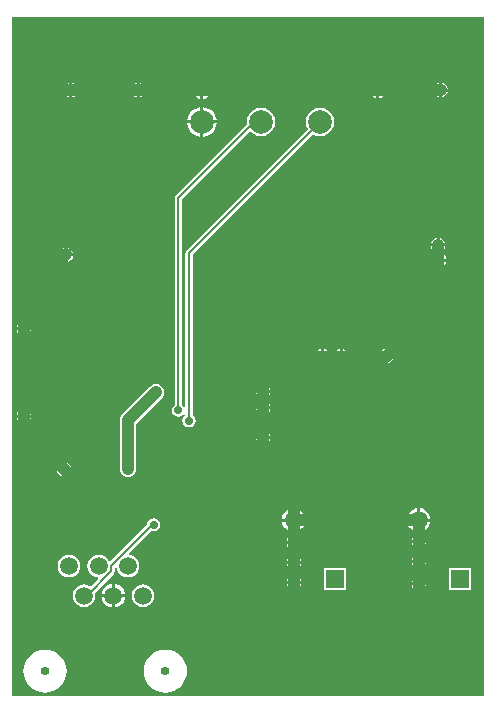
<source format=gbl>
%FSLAX44Y44*%
%MOMM*%
G71*
G01*
G75*
G04 Layer_Physical_Order=2*
G04 Layer_Color=16711680*
%ADD10R,0.6000X0.9000*%
%ADD11R,0.9000X0.6000*%
%ADD12R,1.3000X0.7000*%
%ADD13R,1.6800X1.5200*%
%ADD14O,0.3000X1.5000*%
%ADD15R,0.3000X1.5000*%
%ADD16R,1.5000X0.3000*%
%ADD17R,2.0000X1.2000*%
%ADD18R,5.6000X5.6000*%
%ADD19R,5.5000X2.0000*%
%ADD20C,1.0000*%
%ADD21C,0.2000*%
%ADD22C,1.5000*%
%ADD23O,0.7500X0.7000*%
%ADD24R,1.5000X1.5000*%
%ADD25C,2.0000*%
%ADD26C,0.7000*%
G36*
X405000Y5000D02*
X5000D01*
Y580000D01*
X405000D01*
Y5000D01*
D02*
G37*
%LPC*%
G36*
X359459Y152730D02*
X350770D01*
Y144041D01*
X352121Y144219D01*
X354563Y145230D01*
X356661Y146839D01*
X358270Y148937D01*
X359282Y151379D01*
X359459Y152730D01*
D02*
G37*
G36*
X348230D02*
X339541D01*
X339718Y151379D01*
X340730Y148937D01*
X342339Y146839D01*
X344437Y145230D01*
X346879Y144219D01*
X348230Y144041D01*
Y152730D01*
D02*
G37*
G36*
X253459D02*
X244770D01*
Y144041D01*
X246121Y144219D01*
X248563Y145230D01*
X250661Y146839D01*
X252270Y148937D01*
X253281Y151379D01*
X253459Y152730D01*
D02*
G37*
G36*
X125000Y155608D02*
X122854Y155181D01*
X121035Y153965D01*
X119819Y152146D01*
X119409Y150084D01*
X88285Y118960D01*
X87040Y119208D01*
X86798Y119791D01*
X85275Y121775D01*
X83291Y123298D01*
X80980Y124256D01*
X78500Y124582D01*
X76020Y124256D01*
X73709Y123298D01*
X71725Y121775D01*
X70202Y119791D01*
X69244Y117480D01*
X68918Y115000D01*
X69244Y112520D01*
X70202Y110209D01*
X71725Y108224D01*
X73709Y106702D01*
X76020Y105744D01*
X77745Y105518D01*
X78200Y104177D01*
X71657Y97634D01*
X70791Y98298D01*
X68480Y99256D01*
X66000Y99582D01*
X63520Y99256D01*
X61209Y98298D01*
X59225Y96775D01*
X57702Y94791D01*
X56744Y92480D01*
X56418Y90000D01*
X56744Y87520D01*
X57702Y85209D01*
X59225Y83224D01*
X61209Y81702D01*
X63520Y80744D01*
X66000Y80418D01*
X68480Y80744D01*
X70791Y81702D01*
X72775Y83224D01*
X74298Y85209D01*
X75255Y87520D01*
X75582Y90000D01*
X75255Y92480D01*
X75226Y92551D01*
X91163Y108488D01*
X91163Y108488D01*
X91826Y109480D01*
X92059Y110651D01*
X92059Y110651D01*
Y113681D01*
X92813Y114284D01*
X94074Y113812D01*
X94244Y112520D01*
X95202Y110209D01*
X96725Y108224D01*
X98709Y106702D01*
X101020Y105744D01*
X103500Y105418D01*
X105980Y105744D01*
X108291Y106702D01*
X110275Y108224D01*
X111798Y110209D01*
X112755Y112520D01*
X113082Y115000D01*
X112755Y117480D01*
X111798Y119791D01*
X110275Y121775D01*
X108291Y123298D01*
X105980Y124256D01*
X104255Y124482D01*
X103800Y125823D01*
X122819Y144843D01*
X122854Y144819D01*
X125000Y144392D01*
X127146Y144819D01*
X128965Y146035D01*
X130181Y147854D01*
X130608Y150000D01*
X130181Y152146D01*
X128965Y153965D01*
X127146Y155181D01*
X125000Y155608D01*
D02*
G37*
G36*
X348230Y163959D02*
X346879Y163782D01*
X344437Y162770D01*
X342339Y161161D01*
X340730Y159063D01*
X339718Y156621D01*
X339541Y155270D01*
X348230D01*
Y163959D01*
D02*
G37*
G36*
X244770D02*
Y155270D01*
X253459D01*
X253281Y156621D01*
X252270Y159063D01*
X250661Y161161D01*
X248563Y162770D01*
X246121Y163782D01*
X244770Y163959D01*
D02*
G37*
G36*
X242230D02*
X240879Y163782D01*
X238437Y162770D01*
X236339Y161161D01*
X234730Y159063D01*
X233718Y156621D01*
X233541Y155270D01*
X242230D01*
Y163959D01*
D02*
G37*
G36*
Y140906D02*
X241143Y140690D01*
X239145Y139355D01*
X237810Y137357D01*
X237594Y136270D01*
X242230D01*
Y140906D01*
D02*
G37*
G36*
X355406Y134730D02*
X350770D01*
Y130094D01*
X351857Y130310D01*
X353855Y131645D01*
X355190Y133643D01*
X355406Y134730D01*
D02*
G37*
G36*
X348230D02*
X343594D01*
X343810Y133643D01*
X345145Y131645D01*
X347143Y130310D01*
X348230Y130094D01*
Y134730D01*
D02*
G37*
G36*
X244770Y140906D02*
Y136270D01*
X249406D01*
X249189Y137357D01*
X247855Y139355D01*
X245857Y140690D01*
X244770Y140906D01*
D02*
G37*
G36*
X242230Y152730D02*
X233541D01*
X233718Y151379D01*
X234730Y148937D01*
X236339Y146839D01*
X238437Y145230D01*
X240879Y144219D01*
X242230Y144041D01*
Y152730D01*
D02*
G37*
G36*
X350770Y141906D02*
Y137270D01*
X355406D01*
X355190Y138357D01*
X353855Y140355D01*
X351857Y141690D01*
X350770Y141906D01*
D02*
G37*
G36*
X348230D02*
X347143Y141690D01*
X345145Y140355D01*
X343810Y138357D01*
X343594Y137270D01*
X348230D01*
Y141906D01*
D02*
G37*
G36*
X219270Y229906D02*
Y225270D01*
X223906D01*
X223689Y226357D01*
X222355Y228355D01*
X220357Y229690D01*
X219270Y229906D01*
D02*
G37*
G36*
X216730D02*
X215643Y229690D01*
X213645Y228355D01*
X212310Y226357D01*
X212094Y225270D01*
X216730D01*
Y229906D01*
D02*
G37*
G36*
X223906Y222730D02*
X219270D01*
Y218094D01*
X220357Y218311D01*
X222355Y219645D01*
X223689Y221643D01*
X223906Y222730D01*
D02*
G37*
G36*
X13730Y240730D02*
X9094D01*
X9310Y239643D01*
X10645Y237645D01*
X12643Y236311D01*
X13730Y236094D01*
Y240730D01*
D02*
G37*
G36*
X223906Y247730D02*
X219270D01*
Y243094D01*
X220357Y243311D01*
X222355Y244645D01*
X223689Y246643D01*
X223906Y247730D01*
D02*
G37*
G36*
X216730D02*
X212094D01*
X212310Y246643D01*
X213645Y244645D01*
X215643Y243311D01*
X216730Y243094D01*
Y247730D01*
D02*
G37*
G36*
X20906Y240730D02*
X16270D01*
Y236094D01*
X17357Y236311D01*
X19355Y237645D01*
X20689Y239643D01*
X20906Y240730D01*
D02*
G37*
G36*
X47730Y195730D02*
X43094D01*
X43310Y194643D01*
X44645Y192645D01*
X46643Y191311D01*
X47730Y191094D01*
Y195730D01*
D02*
G37*
G36*
X127000Y269060D02*
X125173Y268820D01*
X123470Y268114D01*
X122008Y266992D01*
X98507Y243493D01*
X97386Y242030D01*
X96680Y240327D01*
X96440Y238500D01*
Y197500D01*
X96680Y195673D01*
X97386Y193970D01*
X98507Y192508D01*
X99970Y191385D01*
X101673Y190680D01*
X103500Y190440D01*
X105327Y190680D01*
X107030Y191385D01*
X108492Y192508D01*
X109614Y193970D01*
X110320Y195673D01*
X110560Y197500D01*
Y235576D01*
X131992Y257008D01*
X133115Y258470D01*
X133820Y260173D01*
X134060Y262000D01*
X133820Y263827D01*
X133115Y265530D01*
X131992Y266992D01*
X130530Y268114D01*
X128827Y268820D01*
X127000Y269060D01*
D02*
G37*
G36*
X350770Y163959D02*
Y155270D01*
X359459D01*
X359282Y156621D01*
X358270Y159063D01*
X356661Y161161D01*
X354563Y162770D01*
X352121Y163782D01*
X350770Y163959D01*
D02*
G37*
G36*
X54906Y195730D02*
X50270D01*
Y191094D01*
X51357Y191311D01*
X53355Y192645D01*
X54690Y194643D01*
X54906Y195730D01*
D02*
G37*
G36*
X216730Y222730D02*
X212094D01*
X212310Y221643D01*
X213645Y219645D01*
X215643Y218311D01*
X216730Y218094D01*
Y222730D01*
D02*
G37*
G36*
X50270Y202906D02*
Y198270D01*
X54906D01*
X54690Y199357D01*
X53355Y201355D01*
X51357Y202690D01*
X50270Y202906D01*
D02*
G37*
G36*
X47730D02*
X46643Y202690D01*
X44645Y201355D01*
X43310Y199357D01*
X43094Y198270D01*
X47730D01*
Y202906D01*
D02*
G37*
G36*
X288000Y113500D02*
X269000D01*
Y94500D01*
X288000D01*
Y113500D01*
D02*
G37*
G36*
X355406Y98730D02*
X350770D01*
Y94094D01*
X351857Y94311D01*
X353855Y95645D01*
X355190Y97643D01*
X355406Y98730D01*
D02*
G37*
G36*
X348230D02*
X343594D01*
X343810Y97643D01*
X345145Y95645D01*
X347143Y94311D01*
X348230Y94094D01*
Y98730D01*
D02*
G37*
G36*
X394000Y113500D02*
X375000D01*
Y94500D01*
X394000D01*
Y113500D01*
D02*
G37*
G36*
X348230Y105906D02*
X347143Y105690D01*
X345145Y104355D01*
X343810Y102357D01*
X343594Y101270D01*
X348230D01*
Y105906D01*
D02*
G37*
G36*
X249906Y99730D02*
X245270D01*
Y95094D01*
X246357Y95310D01*
X248355Y96645D01*
X249690Y98643D01*
X249906Y99730D01*
D02*
G37*
G36*
X242730D02*
X238094D01*
X238310Y98643D01*
X239645Y96645D01*
X241643Y95310D01*
X242730Y95094D01*
Y99730D01*
D02*
G37*
G36*
X89730Y88730D02*
X81041D01*
X81218Y87379D01*
X82230Y84937D01*
X83839Y82839D01*
X85937Y81230D01*
X88379Y80218D01*
X89730Y80041D01*
Y88730D01*
D02*
G37*
G36*
X135000Y44338D02*
X131422Y43986D01*
X127982Y42942D01*
X124812Y41248D01*
X122033Y38967D01*
X119752Y36188D01*
X118058Y33018D01*
X117014Y29578D01*
X116662Y26000D01*
X117014Y22422D01*
X118058Y18982D01*
X119752Y15812D01*
X122033Y13033D01*
X124812Y10752D01*
X127982Y9058D01*
X131422Y8014D01*
X135000Y7662D01*
X138578Y8014D01*
X142018Y9058D01*
X145188Y10752D01*
X147967Y13033D01*
X150248Y15812D01*
X151942Y18982D01*
X152986Y22422D01*
X153338Y26000D01*
X152986Y29578D01*
X151942Y33018D01*
X150248Y36188D01*
X147967Y38967D01*
X145188Y41248D01*
X142018Y42942D01*
X138578Y43986D01*
X135000Y44338D01*
D02*
G37*
G36*
X33000D02*
X29422Y43986D01*
X25982Y42942D01*
X22812Y41248D01*
X20033Y38967D01*
X17752Y36188D01*
X16058Y33018D01*
X15014Y29578D01*
X14662Y26000D01*
X15014Y22422D01*
X16058Y18982D01*
X17752Y15812D01*
X20033Y13033D01*
X22812Y10752D01*
X25982Y9058D01*
X29422Y8014D01*
X33000Y7662D01*
X36578Y8014D01*
X40018Y9058D01*
X43188Y10752D01*
X45967Y13033D01*
X48248Y15812D01*
X49942Y18982D01*
X50986Y22422D01*
X51338Y26000D01*
X50986Y29578D01*
X49942Y33018D01*
X48248Y36188D01*
X45967Y38967D01*
X43188Y41248D01*
X40018Y42942D01*
X36578Y43986D01*
X33000Y44338D01*
D02*
G37*
G36*
X100959Y88730D02*
X92270D01*
Y80041D01*
X93621Y80218D01*
X96063Y81230D01*
X98161Y82839D01*
X99770Y84937D01*
X100782Y87379D01*
X100959Y88730D01*
D02*
G37*
G36*
X92270Y99959D02*
Y91270D01*
X100959D01*
X100782Y92621D01*
X99770Y95063D01*
X98161Y97161D01*
X96063Y98770D01*
X93621Y99782D01*
X92270Y99959D01*
D02*
G37*
G36*
X89730D02*
X88379Y99782D01*
X85937Y98770D01*
X83839Y97161D01*
X82230Y95063D01*
X81218Y92621D01*
X81041Y91270D01*
X89730D01*
Y99959D01*
D02*
G37*
G36*
X116000Y99582D02*
X113520Y99256D01*
X111209Y98298D01*
X109225Y96775D01*
X107702Y94791D01*
X106744Y92480D01*
X106418Y90000D01*
X106744Y87520D01*
X107702Y85209D01*
X109225Y83224D01*
X111209Y81702D01*
X113520Y80744D01*
X116000Y80418D01*
X118480Y80744D01*
X120791Y81702D01*
X122775Y83224D01*
X124298Y85209D01*
X125255Y87520D01*
X125582Y90000D01*
X125255Y92480D01*
X124298Y94791D01*
X122775Y96775D01*
X120791Y98298D01*
X118480Y99256D01*
X116000Y99582D01*
D02*
G37*
G36*
X245270Y123906D02*
Y119270D01*
X249906D01*
X249690Y120357D01*
X248355Y122355D01*
X246357Y123689D01*
X245270Y123906D01*
D02*
G37*
G36*
X242730D02*
X241643Y123689D01*
X239645Y122355D01*
X238310Y120357D01*
X238094Y119270D01*
X242730D01*
Y123906D01*
D02*
G37*
G36*
X355406Y117730D02*
X350770D01*
Y113094D01*
X351857Y113310D01*
X353855Y114645D01*
X355190Y116643D01*
X355406Y117730D01*
D02*
G37*
G36*
X348230Y124906D02*
X347143Y124690D01*
X345145Y123355D01*
X343810Y121357D01*
X343594Y120270D01*
X348230D01*
Y124906D01*
D02*
G37*
G36*
X249406Y133730D02*
X244770D01*
Y129094D01*
X245857Y129311D01*
X247855Y130645D01*
X249189Y132643D01*
X249406Y133730D01*
D02*
G37*
G36*
X242230D02*
X237594D01*
X237810Y132643D01*
X239145Y130645D01*
X241143Y129311D01*
X242230Y129094D01*
Y133730D01*
D02*
G37*
G36*
X350770Y124906D02*
Y120270D01*
X355406D01*
X355190Y121357D01*
X353855Y123355D01*
X351857Y124690D01*
X350770Y124906D01*
D02*
G37*
G36*
X245270Y106906D02*
Y102270D01*
X249906D01*
X249690Y103357D01*
X248355Y105355D01*
X246357Y106690D01*
X245270Y106906D01*
D02*
G37*
G36*
X242730D02*
X241643Y106690D01*
X239645Y105355D01*
X238310Y103357D01*
X238094Y102270D01*
X242730D01*
Y106906D01*
D02*
G37*
G36*
X350770Y105906D02*
Y101270D01*
X355406D01*
X355190Y102357D01*
X353855Y104355D01*
X351857Y105690D01*
X350770Y105906D01*
D02*
G37*
G36*
X53500Y124582D02*
X51020Y124256D01*
X48709Y123298D01*
X46725Y121775D01*
X45202Y119791D01*
X44244Y117480D01*
X43918Y115000D01*
X44244Y112520D01*
X45202Y110209D01*
X46725Y108224D01*
X48709Y106702D01*
X51020Y105744D01*
X53500Y105418D01*
X55980Y105744D01*
X58291Y106702D01*
X60275Y108224D01*
X61798Y110209D01*
X62755Y112520D01*
X63082Y115000D01*
X62755Y117480D01*
X61798Y119791D01*
X60275Y121775D01*
X58291Y123298D01*
X55980Y124256D01*
X53500Y124582D01*
D02*
G37*
G36*
X348230Y117730D02*
X343594D01*
X343810Y116643D01*
X345145Y114645D01*
X347143Y113310D01*
X348230Y113094D01*
Y117730D01*
D02*
G37*
G36*
X249906Y116730D02*
X245270D01*
Y112094D01*
X246357Y112310D01*
X248355Y113645D01*
X249690Y115643D01*
X249906Y116730D01*
D02*
G37*
G36*
X242730D02*
X238094D01*
X238310Y115643D01*
X239645Y113645D01*
X241643Y112310D01*
X242730Y112094D01*
Y116730D01*
D02*
G37*
G36*
X13730Y247906D02*
X12643Y247690D01*
X10645Y246355D01*
X9310Y244357D01*
X9094Y243270D01*
X13730D01*
Y247906D01*
D02*
G37*
G36*
X171906Y514730D02*
X167270D01*
Y510094D01*
X168357Y510311D01*
X170355Y511645D01*
X171689Y513643D01*
X171906Y514730D01*
D02*
G37*
G36*
X164730D02*
X160094D01*
X160310Y513643D01*
X161645Y511645D01*
X163643Y510311D01*
X164730Y510094D01*
Y514730D01*
D02*
G37*
G36*
X167270Y503481D02*
Y492270D01*
X178481D01*
X178217Y494274D01*
X176954Y497324D01*
X174944Y499944D01*
X172324Y501954D01*
X169274Y503217D01*
X167270Y503481D01*
D02*
G37*
G36*
X313730Y515730D02*
X309094D01*
X309310Y514643D01*
X310645Y512645D01*
X312643Y511311D01*
X313730Y511094D01*
Y515730D01*
D02*
G37*
G36*
X60906Y516730D02*
X56270D01*
Y512094D01*
X57357Y512310D01*
X59355Y513645D01*
X60690Y515643D01*
X60906Y516730D01*
D02*
G37*
G36*
X53730D02*
X49094D01*
X49310Y515643D01*
X50645Y513645D01*
X52643Y512310D01*
X53730Y512094D01*
Y516730D01*
D02*
G37*
G36*
X320906Y515730D02*
X316270D01*
Y511094D01*
X317357Y511311D01*
X319355Y512645D01*
X320690Y514643D01*
X320906Y515730D01*
D02*
G37*
G36*
X367270Y392906D02*
Y388270D01*
X371906D01*
X371690Y389357D01*
X370355Y391355D01*
X368357Y392690D01*
X367270Y392906D01*
D02*
G37*
G36*
X364730D02*
X363643Y392690D01*
X361645Y391355D01*
X360311Y389357D01*
X360094Y388270D01*
X364730D01*
Y392906D01*
D02*
G37*
G36*
X52270Y384506D02*
Y379870D01*
X56906D01*
X56690Y380957D01*
X55355Y382955D01*
X53357Y384290D01*
X52270Y384506D01*
D02*
G37*
G36*
X164730Y489730D02*
X153519D01*
X153783Y487726D01*
X155046Y484676D01*
X157056Y482056D01*
X159676Y480046D01*
X162726Y478783D01*
X164730Y478519D01*
Y489730D01*
D02*
G37*
G36*
Y503481D02*
X162726Y503217D01*
X159676Y501954D01*
X157056Y499944D01*
X155046Y497324D01*
X153783Y494274D01*
X153519Y492270D01*
X164730D01*
Y503481D01*
D02*
G37*
G36*
X266000Y503104D02*
X262867Y502691D01*
X259948Y501482D01*
X257442Y499558D01*
X255518Y497052D01*
X254309Y494133D01*
X253896Y491000D01*
X254309Y487867D01*
X255518Y484948D01*
X255563Y484889D01*
X152837Y382163D01*
X152174Y381171D01*
X151941Y380000D01*
X151941Y380000D01*
Y250294D01*
X150671Y249909D01*
X149965Y250965D01*
X149059Y251571D01*
Y425733D01*
X206034Y482708D01*
X207301Y482625D01*
X207442Y482441D01*
X209948Y480518D01*
X212867Y479309D01*
X216000Y478896D01*
X219133Y479309D01*
X222052Y480518D01*
X224559Y482441D01*
X226482Y484948D01*
X227691Y487867D01*
X228104Y491000D01*
X227691Y494133D01*
X226482Y497052D01*
X224559Y499558D01*
X222052Y501482D01*
X219133Y502691D01*
X216000Y503104D01*
X212867Y502691D01*
X209948Y501482D01*
X207442Y499558D01*
X205518Y497052D01*
X204309Y494133D01*
X203896Y491000D01*
X204103Y489429D01*
X143837Y429163D01*
X143174Y428171D01*
X142941Y427000D01*
X142941Y427000D01*
Y251571D01*
X142035Y250965D01*
X140819Y249146D01*
X140392Y247000D01*
X140819Y244854D01*
X142035Y243035D01*
X143854Y241819D01*
X146000Y241392D01*
X148146Y241819D01*
X149965Y243035D01*
X150671Y244091D01*
X151819Y243743D01*
X151864Y242519D01*
X151035Y241965D01*
X149819Y240146D01*
X149392Y238000D01*
X149819Y235854D01*
X151035Y234035D01*
X152854Y232819D01*
X155000Y232392D01*
X157146Y232819D01*
X158965Y234035D01*
X160181Y235854D01*
X160608Y238000D01*
X160181Y240146D01*
X158965Y241965D01*
X158059Y242571D01*
Y378733D01*
X259889Y480563D01*
X259948Y480518D01*
X262867Y479309D01*
X266000Y478896D01*
X269133Y479309D01*
X272052Y480518D01*
X274559Y482441D01*
X276482Y484948D01*
X277691Y487867D01*
X278104Y491000D01*
X277691Y494133D01*
X276482Y497052D01*
X274559Y499558D01*
X272052Y501482D01*
X269133Y502691D01*
X266000Y503104D01*
D02*
G37*
G36*
X178481Y489730D02*
X167270D01*
Y478519D01*
X169274Y478783D01*
X172324Y480046D01*
X174944Y482056D01*
X176954Y484676D01*
X178217Y487726D01*
X178481Y489730D01*
D02*
G37*
G36*
X56270Y523906D02*
Y519270D01*
X60906D01*
X60690Y520357D01*
X59355Y522355D01*
X57357Y523690D01*
X56270Y523906D01*
D02*
G37*
G36*
X53730D02*
X52643Y523690D01*
X50645Y522355D01*
X49310Y520357D01*
X49094Y519270D01*
X53730D01*
Y523906D01*
D02*
G37*
G36*
X316270Y522906D02*
Y518270D01*
X320906D01*
X320690Y519357D01*
X319355Y521355D01*
X317357Y522690D01*
X316270Y522906D01*
D02*
G37*
G36*
X110730Y523906D02*
X109643Y523690D01*
X107645Y522355D01*
X106311Y520357D01*
X106094Y519270D01*
X110730D01*
Y523906D01*
D02*
G37*
G36*
X369270D02*
Y519270D01*
X373906D01*
X373689Y520357D01*
X372355Y522355D01*
X370357Y523690D01*
X369270Y523906D01*
D02*
G37*
G36*
X366730D02*
X365643Y523690D01*
X363645Y522355D01*
X362310Y520357D01*
X362094Y519270D01*
X366730D01*
Y523906D01*
D02*
G37*
G36*
X113270D02*
Y519270D01*
X117906D01*
X117690Y520357D01*
X116355Y522355D01*
X114357Y523690D01*
X113270Y523906D01*
D02*
G37*
G36*
X366730Y516730D02*
X362094D01*
X362310Y515643D01*
X363645Y513645D01*
X365643Y512310D01*
X366730Y512094D01*
Y516730D01*
D02*
G37*
G36*
X117906D02*
X113270D01*
Y512094D01*
X114357Y512310D01*
X116355Y513645D01*
X117690Y515643D01*
X117906Y516730D01*
D02*
G37*
G36*
X110730D02*
X106094D01*
X106311Y515643D01*
X107645Y513645D01*
X109643Y512310D01*
X110730Y512094D01*
Y516730D01*
D02*
G37*
G36*
X373906D02*
X369270D01*
Y512094D01*
X370357Y512310D01*
X372355Y513645D01*
X373689Y515643D01*
X373906Y516730D01*
D02*
G37*
G36*
X313730Y522906D02*
X312643Y522690D01*
X310645Y521355D01*
X309310Y519357D01*
X309094Y518270D01*
X313730D01*
Y522906D01*
D02*
G37*
G36*
X167270Y521906D02*
Y517270D01*
X171906D01*
X171689Y518357D01*
X170355Y520355D01*
X168357Y521690D01*
X167270Y521906D01*
D02*
G37*
G36*
X164730D02*
X163643Y521690D01*
X161645Y520355D01*
X160310Y518357D01*
X160094Y517270D01*
X164730D01*
Y521906D01*
D02*
G37*
G36*
X49730Y384506D02*
X48643Y384290D01*
X46645Y382955D01*
X45311Y380957D01*
X45094Y379870D01*
X49730D01*
Y384506D01*
D02*
G37*
G36*
X282730Y291730D02*
X278094D01*
X278310Y290643D01*
X279645Y288645D01*
X281643Y287311D01*
X282730Y287094D01*
Y291730D01*
D02*
G37*
G36*
X273906D02*
X269270D01*
Y287094D01*
X270357Y287311D01*
X272355Y288645D01*
X273689Y290643D01*
X273906Y291730D01*
D02*
G37*
G36*
X266730D02*
X262094D01*
X262310Y290643D01*
X263645Y288645D01*
X265643Y287311D01*
X266730Y287094D01*
Y291730D01*
D02*
G37*
G36*
X289906D02*
X285270D01*
Y287094D01*
X286357Y287311D01*
X288355Y288645D01*
X289690Y290643D01*
X289906Y291730D01*
D02*
G37*
G36*
X266730Y298906D02*
X265643Y298690D01*
X263645Y297355D01*
X262310Y295357D01*
X262094Y294270D01*
X266730D01*
Y298906D01*
D02*
G37*
G36*
X327906Y291730D02*
X323270D01*
Y287094D01*
X324357Y287311D01*
X326355Y288645D01*
X327690Y290643D01*
X327906Y291730D01*
D02*
G37*
G36*
X320730D02*
X316094D01*
X316310Y290643D01*
X317645Y288645D01*
X319643Y287311D01*
X320730Y287094D01*
Y291730D01*
D02*
G37*
G36*
X219270Y254906D02*
Y250270D01*
X223906D01*
X223689Y251357D01*
X222355Y253355D01*
X220357Y254690D01*
X219270Y254906D01*
D02*
G37*
G36*
X216730D02*
X215643Y254690D01*
X213645Y253355D01*
X212310Y251357D01*
X212094Y250270D01*
X216730D01*
Y254906D01*
D02*
G37*
G36*
X16270Y247906D02*
Y243270D01*
X20906D01*
X20689Y244357D01*
X19355Y246355D01*
X17357Y247690D01*
X16270Y247906D01*
D02*
G37*
G36*
X216730Y261730D02*
X212094D01*
X212310Y260643D01*
X213645Y258645D01*
X215643Y257311D01*
X216730Y257094D01*
Y261730D01*
D02*
G37*
G36*
X219270Y268906D02*
Y264270D01*
X223906D01*
X223689Y265357D01*
X222355Y267355D01*
X220357Y268690D01*
X219270Y268906D01*
D02*
G37*
G36*
X216730D02*
X215643Y268690D01*
X213645Y267355D01*
X212310Y265357D01*
X212094Y264270D01*
X216730D01*
Y268906D01*
D02*
G37*
G36*
X223906Y261730D02*
X219270D01*
Y257094D01*
X220357Y257311D01*
X222355Y258645D01*
X223689Y260643D01*
X223906Y261730D01*
D02*
G37*
G36*
X365730Y372730D02*
X361094D01*
X361311Y371643D01*
X362645Y369645D01*
X364643Y368311D01*
X365730Y368094D01*
Y372730D01*
D02*
G37*
G36*
X16270Y321906D02*
Y317270D01*
X20906D01*
X20689Y318357D01*
X19355Y320355D01*
X17357Y321690D01*
X16270Y321906D01*
D02*
G37*
G36*
X13730D02*
X12643Y321690D01*
X10645Y320355D01*
X9310Y318357D01*
X9094Y317270D01*
X13730D01*
Y321906D01*
D02*
G37*
G36*
X372906Y372730D02*
X368270D01*
Y368094D01*
X369357Y368311D01*
X371355Y369645D01*
X372690Y371643D01*
X372906Y372730D01*
D02*
G37*
G36*
X371906Y385730D02*
X360094D01*
X360311Y384643D01*
X361645Y382645D01*
X363643Y381310D01*
X364963Y381048D01*
Y379753D01*
X364643Y379690D01*
X362645Y378355D01*
X361311Y376357D01*
X361094Y375270D01*
X372906D01*
X372690Y376357D01*
X371355Y378355D01*
X369357Y379690D01*
X368037Y379952D01*
Y381247D01*
X368357Y381310D01*
X370355Y382645D01*
X371690Y384643D01*
X371906Y385730D01*
D02*
G37*
G36*
X56906Y377331D02*
X52270D01*
Y372695D01*
X53357Y372911D01*
X55355Y374246D01*
X56690Y376244D01*
X56906Y377331D01*
D02*
G37*
G36*
X49730D02*
X45094D01*
X45311Y376244D01*
X46645Y374246D01*
X48643Y372911D01*
X49730Y372695D01*
Y377331D01*
D02*
G37*
G36*
X285270Y298906D02*
Y294270D01*
X289906D01*
X289690Y295357D01*
X288355Y297355D01*
X286357Y298690D01*
X285270Y298906D01*
D02*
G37*
G36*
X282730D02*
X281643Y298690D01*
X279645Y297355D01*
X278310Y295357D01*
X278094Y294270D01*
X282730D01*
Y298906D01*
D02*
G37*
G36*
X269270D02*
Y294270D01*
X273906D01*
X273689Y295357D01*
X272355Y297355D01*
X270357Y298690D01*
X269270Y298906D01*
D02*
G37*
G36*
X320730D02*
X319643Y298690D01*
X317645Y297355D01*
X316310Y295357D01*
X316094Y294270D01*
X320730D01*
Y298906D01*
D02*
G37*
G36*
X20906Y314730D02*
X16270D01*
Y310094D01*
X17357Y310310D01*
X19355Y311645D01*
X20689Y313643D01*
X20906Y314730D01*
D02*
G37*
G36*
X13730D02*
X9094D01*
X9310Y313643D01*
X10645Y311645D01*
X12643Y310310D01*
X13730Y310094D01*
Y314730D01*
D02*
G37*
G36*
X323270Y298906D02*
Y294270D01*
X327906D01*
X327690Y295357D01*
X326355Y297355D01*
X324357Y298690D01*
X323270Y298906D01*
D02*
G37*
%LPD*%
D20*
X218000Y206000D02*
X243500Y180500D01*
Y154000D02*
Y180500D01*
X218000Y206000D02*
Y249000D01*
Y263000D01*
X217000Y275000D02*
X238000Y292000D01*
X217000Y275000D02*
X218000Y263000D01*
X15000Y231000D02*
Y242000D01*
Y343000D02*
Y501000D01*
Y242000D02*
Y316000D01*
Y343000D01*
X51000Y379000D01*
X15000Y501000D02*
X32000Y518000D01*
X55000D01*
X112000D01*
X368000D01*
X322000Y292000D02*
X366000Y336000D01*
X238000Y292000D02*
X322000D01*
X65500Y180500D02*
X243500D01*
X366000Y336000D02*
Y387000D01*
X243500Y154000D02*
X349500D01*
Y95500D02*
Y154000D01*
X243500Y95000D02*
Y154000D01*
X15000Y231000D02*
X49000Y197000D01*
X65500Y180500D01*
X103500Y197500D02*
Y238500D01*
X127000Y262000D01*
D21*
X146000Y247000D02*
Y427000D01*
X210000Y491000D01*
X155000Y238000D02*
Y380000D01*
X266000Y491000D01*
X123651Y150000D02*
X125000D01*
X89000Y115349D02*
X123651Y150000D01*
X89000Y110651D02*
Y115349D01*
X68349Y90000D02*
X89000Y110651D01*
D22*
X53500Y115000D02*
D03*
X91000Y90000D02*
D03*
X103500Y115000D02*
D03*
X66000Y90000D02*
D03*
X116000D02*
D03*
X78500Y115000D02*
D03*
X349500Y154000D02*
D03*
X243500D02*
D03*
D23*
X135000Y26000D02*
D03*
X33000D02*
D03*
D24*
X384500Y104000D02*
D03*
X278500D02*
D03*
D25*
X166000Y491000D02*
D03*
X266000D02*
D03*
X216000D02*
D03*
D26*
X366000Y387000D02*
D03*
X218000Y249000D02*
D03*
Y263000D02*
D03*
Y224000D02*
D03*
X268000Y293000D02*
D03*
X322000D02*
D03*
X284000D02*
D03*
X15000Y242000D02*
D03*
X51000Y378601D02*
D03*
X15000Y316000D02*
D03*
X55000Y518000D02*
D03*
X112000D02*
D03*
X368000D02*
D03*
X315000Y517000D02*
D03*
X166000Y516000D02*
D03*
X146000Y247000D02*
D03*
X155000Y238000D02*
D03*
X367000Y374000D02*
D03*
X49000Y197000D02*
D03*
X243500Y135000D02*
D03*
X244000Y118000D02*
D03*
Y101000D02*
D03*
X349500Y100000D02*
D03*
Y119000D02*
D03*
Y136000D02*
D03*
X103500Y197500D02*
D03*
X127000Y262000D02*
D03*
X125000Y150000D02*
D03*
M02*

</source>
